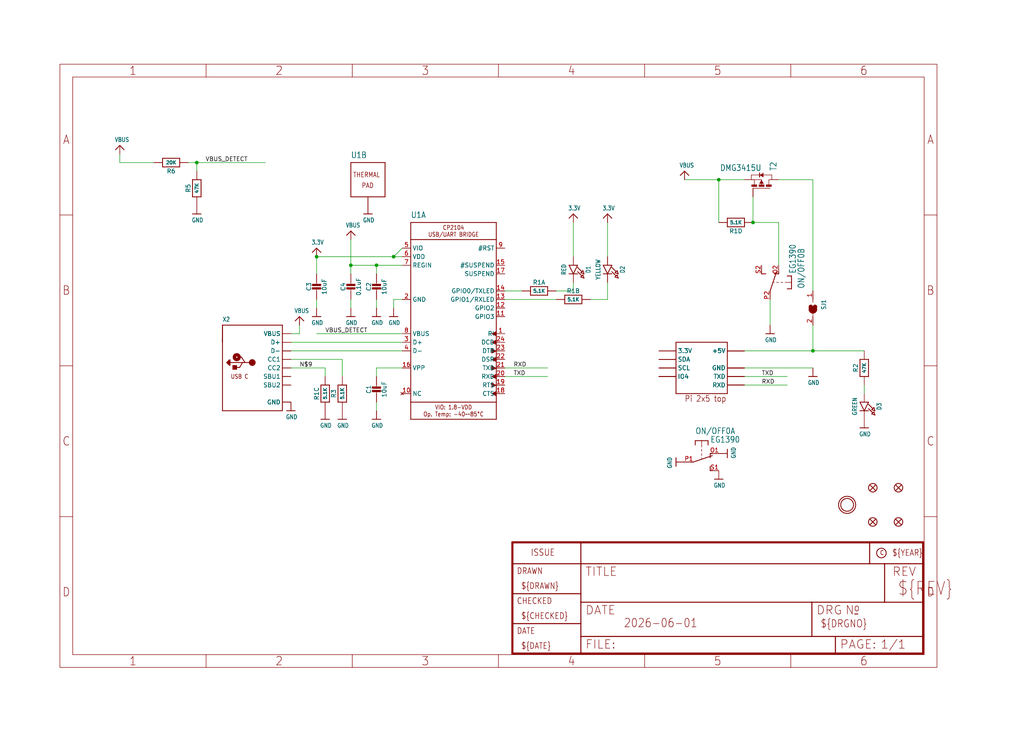
<source format=kicad_sch>
(kicad_sch (version 20230121) (generator eeschema)
  (paper "User" 303.962 217.322)
  (lib_symbols
    (symbol "working-eagle-import:3.3V" (power)
      (property "Value" "3.3V" (at -1.524 1.016 0))
      (symbol "3.3V_1_0"
        (polyline (pts (xy -1.27 -1.27) (xy 0 0)) (stroke (width 0.254)))
        (polyline (pts (xy 0 0) (xy 1.27 -1.27)) (stroke (width 0.254)))
        (pin power_in line (at 0 -2.54 90) (length 2.54) (name "3.3V") (number "1"))
      )
    )
    (symbol "working-eagle-import:CAP_CERAMIC0603_NO"
      (property "Reference" "C" (at -2.29 1.25 90))
      (symbol "CAP_CERAMIC0603_NO_1_0"
        (rectangle (start -1.27 0.508) (end 1.27 1.016) (fill (type outline)))
        (rectangle (start -1.27 1.524) (end 1.27 2.032) (fill (type outline)))
        (polyline (pts (xy 0 0.762) (xy 0 0)) (stroke (width 0.1524)))
        (polyline (pts (xy 0 2.54) (xy 0 1.778)) (stroke (width 0.1524)))
        (pin passive line (at 0 5.08 270) (length 2.54) (name "1") (number "1"))
        (pin passive line (at 0 -2.54 90) (length 2.54) (name "2") (number "2"))
      )
    )
    (symbol "working-eagle-import:CAP_CERAMIC0805-NOOUTLINE"
      (property "Reference" "C" (at -2.29 1.25 90))
      (symbol "CAP_CERAMIC0805-NOOUTLINE_1_0"
        (rectangle (start -1.27 0.508) (end 1.27 1.016) (fill (type outline)))
        (rectangle (start -1.27 1.524) (end 1.27 2.032) (fill (type outline)))
        (polyline (pts (xy 0 0.762) (xy 0 0)) (stroke (width 0.1524)))
        (polyline (pts (xy 0 2.54) (xy 0 1.778)) (stroke (width 0.1524)))
        (pin passive line (at 0 5.08 270) (length 2.54) (name "1") (number "1"))
        (pin passive line (at 0 -2.54 90) (length 2.54) (name "2") (number "2"))
      )
    )
    (symbol "working-eagle-import:CP2104"
      (property "Reference" "U" (at -5.08 6.35 0))
      (symbol "CP2104_1_0"
        (polyline (pts (xy -12.7 -30.48) (xy 12.7 -30.48)) (stroke (width 0.254)))
        (polyline (pts (xy -12.7 -25.4) (xy -12.7 -30.48)) (stroke (width 0.254)))
        (polyline (pts (xy -12.7 -25.4) (xy -12.7 22.86)) (stroke (width 0.254)))
        (polyline (pts (xy -12.7 22.86) (xy -12.7 27.94)) (stroke (width 0.254)))
        (polyline (pts (xy -12.7 22.86) (xy 12.7 22.86)) (stroke (width 0.254)))
        (polyline (pts (xy -12.7 27.94) (xy 12.7 27.94)) (stroke (width 0.254)))
        (polyline (pts (xy 12.7 -30.48) (xy 12.7 -25.4)) (stroke (width 0.254)))
        (polyline (pts (xy 12.7 -25.4) (xy -12.7 -25.4)) (stroke (width 0.254)))
        (polyline (pts (xy 12.7 22.86) (xy 12.7 -25.4)) (stroke (width 0.254)))
        (polyline (pts (xy 12.7 27.94) (xy 12.7 22.86)) (stroke (width 0.254)))
        (polyline (pts (xy 11.43 -19.685) (xy 11.43 -20.955) (xy 12.7 -20.32)) (stroke (width 0.254)) (fill (type outline)))
        (polyline (pts (xy 11.43 -14.605) (xy 11.43 -15.875) (xy 12.7 -15.24)) (stroke (width 0.254)) (fill (type outline)))
        (polyline (pts (xy 11.43 -9.525) (xy 11.43 -10.795) (xy 12.7 -10.16)) (stroke (width 0.254)) (fill (type outline)))
        (polyline (pts (xy 12.7 -22.225) (xy 11.43 -22.86) (xy 12.7 -23.495)) (stroke (width 0.254)) (fill (type outline)))
        (polyline (pts (xy 12.7 -17.145) (xy 11.43 -17.78) (xy 12.7 -18.415)) (stroke (width 0.254)) (fill (type outline)))
        (polyline (pts (xy 12.7 -12.065) (xy 11.43 -12.7) (xy 12.7 -13.335)) (stroke (width 0.254)) (fill (type outline)))
        (polyline (pts (xy 12.7 -6.985) (xy 11.43 -7.62) (xy 12.7 -8.255)) (stroke (width 0.254)) (fill (type outline)))
        (polyline (pts (xy 12.7 -4.445) (xy 11.43 -5.08) (xy 12.7 -5.715)) (stroke (width 0.254)) (fill (type outline)))
        (text "CP2104\nUSB/UART BRIDGE" (at 0 25.4 0) (effects (font (size 1.27 1.0795))))
        (text "VIO: 1.8-VDD\nOp. Temp: -40~~85°C" (at 0 -27.94 0) (effects (font (size 1.27 1.0795))))
        (pin input line (at 15.24 -5.08 180) (length 2.54) (name "RI") (number "1"))
        (pin no_connect line (at -15.24 -22.86 0) (length 2.54) (name "NC") (number "10"))
        (pin bidirectional line (at 15.24 0 180) (length 2.54) (name "GPIO3") (number "11"))
        (pin bidirectional line (at 15.24 2.54 180) (length 2.54) (name "GPIO2") (number "12"))
        (pin bidirectional line (at 15.24 5.08 180) (length 2.54) (name "GPIO1/RXLED") (number "13"))
        (pin bidirectional line (at 15.24 7.62 180) (length 2.54) (name "GPIO0/TXLED") (number "14"))
        (pin output line (at 15.24 15.24 180) (length 2.54) (name "#SUSPEND") (number "15"))
        (pin bidirectional line (at -15.24 -15.24 0) (length 2.54) (name "VPP") (number "16"))
        (pin output line (at 15.24 12.7 180) (length 2.54) (name "SUSPEND") (number "17"))
        (pin input line (at 15.24 -22.86 180) (length 2.54) (name "CTS") (number "18"))
        (pin output line (at 15.24 -20.32 180) (length 2.54) (name "RTS") (number "19"))
        (pin power_in line (at -15.24 5.08 0) (length 2.54) (name "GND") (number "2"))
        (pin input line (at 15.24 -17.78 180) (length 2.54) (name "RXD") (number "20"))
        (pin output line (at 15.24 -15.24 180) (length 2.54) (name "TXD") (number "21"))
        (pin input line (at 15.24 -12.7 180) (length 2.54) (name "DSR") (number "22"))
        (pin output line (at 15.24 -10.16 180) (length 2.54) (name "DTR") (number "23"))
        (pin input line (at 15.24 -7.62 180) (length 2.54) (name "DCD") (number "24"))
        (pin bidirectional line (at -15.24 -7.62 0) (length 2.54) (name "D+") (number "3"))
        (pin bidirectional line (at -15.24 -10.16 0) (length 2.54) (name "D-") (number "4"))
        (pin power_in line (at -15.24 20.32 0) (length 2.54) (name "VIO") (number "5"))
        (pin power_in line (at -15.24 17.78 0) (length 2.54) (name "VDD") (number "6"))
        (pin power_in line (at -15.24 15.24 0) (length 2.54) (name "REGIN") (number "7"))
        (pin power_in line (at -15.24 -5.08 0) (length 2.54) (name "VBUS") (number "8"))
        (pin bidirectional line (at 15.24 20.32 180) (length 2.54) (name "#RST") (number "9"))
      )
      (symbol "CP2104_2_0"
        (polyline (pts (xy -5.08 -5.08) (xy -5.08 5.08)) (stroke (width 0.254)))
        (polyline (pts (xy -5.08 5.08) (xy 5.08 5.08)) (stroke (width 0.254)))
        (polyline (pts (xy 5.08 -5.08) (xy -5.08 -5.08)) (stroke (width 0.254)))
        (polyline (pts (xy 5.08 5.08) (xy 5.08 -5.08)) (stroke (width 0.254)))
        (text "PAD" (at -1.905 -2.54 0) (effects (font (size 1.4224 1.209)) (justify left bottom)))
        (text "THERMAL" (at -4.445 0.635 0) (effects (font (size 1.4224 1.209)) (justify left bottom)))
        (pin power_in line (at 0 -7.62 90) (length 2.54) (name "TP") (number "THERM"))
      )
    )
    (symbol "working-eagle-import:DPDT-EG1390"
      (property "Reference" "SW" (at -8.255 -1.905 90))
      (symbol "DPDT-EG1390_1_0"
        (polyline (pts (xy -6.35 -1.905) (xy -5.08 -1.905)) (stroke (width 0.254)))
        (polyline (pts (xy -6.35 0) (xy -6.35 -1.905)) (stroke (width 0.254)))
        (polyline (pts (xy -6.35 0) (xy -4.445 0)) (stroke (width 0.1524)))
        (polyline (pts (xy -6.35 1.905) (xy -6.35 0)) (stroke (width 0.254)))
        (polyline (pts (xy -6.35 1.905) (xy -5.08 1.905)) (stroke (width 0.254)))
        (polyline (pts (xy -3.175 0) (xy -3.81 0)) (stroke (width 0.1524)))
        (polyline (pts (xy -2.54 2.54) (xy -2.54 3.175)) (stroke (width 0.254)))
        (polyline (pts (xy -2.54 2.54) (xy -1.27 2.54)) (stroke (width 0.254)))
        (polyline (pts (xy -1.905 0) (xy -2.54 0)) (stroke (width 0.1524)))
        (polyline (pts (xy -0.889 0) (xy -1.27 0)) (stroke (width 0.1524)))
        (polyline (pts (xy 0 -3.175) (xy 0 -2.54)) (stroke (width 0.254)))
        (polyline (pts (xy 0 -2.54) (xy -1.905 3.175)) (stroke (width 0.254)))
        (polyline (pts (xy 1.27 2.54) (xy 2.54 2.54)) (stroke (width 0.254)))
        (polyline (pts (xy 2.54 2.54) (xy 2.54 3.175)) (stroke (width 0.254)))
        (pin passive line (at -2.54 5.08 270) (length 2.54) (name "O") (number "O1"))
        (pin passive line (at 0 -5.08 90) (length 2.54) (name "P") (number "P1"))
        (pin passive line (at 2.54 5.08 270) (length 2.54) (name "S") (number "S1"))
      )
      (symbol "DPDT-EG1390_2_0"
        (polyline (pts (xy -6.35 -1.905) (xy -5.08 -1.905)) (stroke (width 0.254)))
        (polyline (pts (xy -6.35 0) (xy -6.35 -1.905)) (stroke (width 0.254)))
        (polyline (pts (xy -6.35 0) (xy -4.445 0)) (stroke (width 0.1524)))
        (polyline (pts (xy -6.35 1.905) (xy -6.35 0)) (stroke (width 0.254)))
        (polyline (pts (xy -6.35 1.905) (xy -5.08 1.905)) (stroke (width 0.254)))
        (polyline (pts (xy -3.175 0) (xy -3.81 0)) (stroke (width 0.1524)))
        (polyline (pts (xy -2.54 2.54) (xy -2.54 3.175)) (stroke (width 0.254)))
        (polyline (pts (xy -2.54 2.54) (xy -1.27 2.54)) (stroke (width 0.254)))
        (polyline (pts (xy -1.905 0) (xy -2.54 0)) (stroke (width 0.1524)))
        (polyline (pts (xy -0.889 0) (xy -1.27 0)) (stroke (width 0.1524)))
        (polyline (pts (xy 0 -3.175) (xy 0 -2.54)) (stroke (width 0.254)))
        (polyline (pts (xy 0 -2.54) (xy -1.905 3.175)) (stroke (width 0.254)))
        (polyline (pts (xy 1.27 2.54) (xy 2.54 2.54)) (stroke (width 0.254)))
        (polyline (pts (xy 2.54 2.54) (xy 2.54 3.175)) (stroke (width 0.254)))
        (pin passive line (at -2.54 5.08 270) (length 2.54) (name "O") (number "O2"))
        (pin passive line (at 0 -5.08 90) (length 2.54) (name "P") (number "P2"))
        (pin passive line (at 2.54 5.08 270) (length 2.54) (name "S") (number "S2"))
      )
    )
    (symbol "working-eagle-import:FIDUCIAL_1MM"
      (symbol "FIDUCIAL_1MM_1_0"
        (polyline (pts (xy -0.762 0.762) (xy 0.762 -0.762)) (stroke (width 0.254)))
        (polyline (pts (xy 0.762 0.762) (xy -0.762 -0.762)) (stroke (width 0.254)))
        (circle (center 0 0) (radius 1.27) (stroke (width 0.254)))
      )
    )
    (symbol "working-eagle-import:FRAME_A4"
      (symbol "FRAME_A4_1_0"
        (polyline (pts (xy 0 44.7675) (xy 3.81 44.7675)))
        (polyline (pts (xy 0 89.535) (xy 3.81 89.535)))
        (polyline (pts (xy 0 134.3025) (xy 3.81 134.3025)))
        (polyline (pts (xy 3.81 3.81) (xy 3.81 175.26)))
        (polyline (pts (xy 43.3917 0) (xy 43.3917 3.81)))
        (polyline (pts (xy 43.3917 175.26) (xy 43.3917 179.07)))
        (polyline (pts (xy 86.7833 0) (xy 86.7833 3.81)))
        (polyline (pts (xy 86.7833 175.26) (xy 86.7833 179.07)))
        (polyline (pts (xy 130.175 0) (xy 130.175 3.81)))
        (polyline (pts (xy 130.175 175.26) (xy 130.175 179.07)))
        (polyline (pts (xy 173.5667 0) (xy 173.5667 3.81)))
        (polyline (pts (xy 173.5667 175.26) (xy 173.5667 179.07)))
        (polyline (pts (xy 216.9583 0) (xy 216.9583 3.81)))
        (polyline (pts (xy 216.9583 175.26) (xy 216.9583 179.07)))
        (polyline (pts (xy 256.54 3.81) (xy 3.81 3.81)))
        (polyline (pts (xy 256.54 3.81) (xy 256.54 8.89)) (stroke (width 0.1016)))
        (polyline (pts (xy 256.54 3.81) (xy 256.54 175.26)))
        (polyline (pts (xy 256.54 8.89) (xy 256.54 13.97)) (stroke (width 0.1016)))
        (polyline (pts (xy 256.54 13.97) (xy 256.54 19.05)) (stroke (width 0.1016)))
        (polyline (pts (xy 256.54 19.05) (xy 256.54 36.83)) (stroke (width 0.1016)))
        (polyline (pts (xy 256.54 44.7675) (xy 260.35 44.7675)))
        (polyline (pts (xy 256.54 89.535) (xy 260.35 89.535)))
        (polyline (pts (xy 256.54 134.3025) (xy 260.35 134.3025)))
        (polyline (pts (xy 256.54 175.26) (xy 3.81 175.26)))
        (polyline (pts (xy 0 0) (xy 260.35 0) (xy 260.35 179.07) (xy 0 179.07) (xy 0 0)))
        (text "1" (at 21.6958 1.905 0) (effects (font (size 2.54 2.286))))
        (text "1" (at 21.6958 177.165 0) (effects (font (size 2.54 2.286))))
        (text "2" (at 65.0875 1.905 0) (effects (font (size 2.54 2.286))))
        (text "2" (at 65.0875 177.165 0) (effects (font (size 2.54 2.286))))
        (text "3" (at 108.4792 1.905 0) (effects (font (size 2.54 2.286))))
        (text "3" (at 108.4792 177.165 0) (effects (font (size 2.54 2.286))))
        (text "4" (at 151.8708 1.905 0) (effects (font (size 2.54 2.286))))
        (text "4" (at 151.8708 177.165 0) (effects (font (size 2.54 2.286))))
        (text "5" (at 195.2625 1.905 0) (effects (font (size 2.54 2.286))))
        (text "5" (at 195.2625 177.165 0) (effects (font (size 2.54 2.286))))
        (text "6" (at 238.6542 1.905 0) (effects (font (size 2.54 2.286))))
        (text "6" (at 238.6542 177.165 0) (effects (font (size 2.54 2.286))))
        (text "A" (at 1.905 156.6863 0) (effects (font (size 2.54 2.286))))
        (text "A" (at 258.445 156.6863 0) (effects (font (size 2.54 2.286))))
        (text "B" (at 1.905 111.9188 0) (effects (font (size 2.54 2.286))))
        (text "B" (at 258.445 111.9188 0) (effects (font (size 2.54 2.286))))
        (text "C" (at 1.905 67.1513 0) (effects (font (size 2.54 2.286))))
        (text "C" (at 258.445 67.1513 0) (effects (font (size 2.54 2.286))))
        (text "D" (at 1.905 22.3838 0) (effects (font (size 2.54 2.286))))
        (text "D" (at 258.445 22.3838 0) (effects (font (size 2.54 2.286))))
      )
      (symbol "FRAME_A4_2_0"
        (polyline (pts (xy -0.3048 1.5748) (xy 20.0152 1.5748)) (stroke (width 0.6096)))
        (polyline (pts (xy -0.3048 10.4648) (xy -0.3048 1.5748)) (stroke (width 0.6096)))
        (polyline (pts (xy -0.3048 10.4648) (xy 20.0152 10.4648)) (stroke (width 0.3048)))
        (polyline (pts (xy -0.3048 19.3548) (xy -0.3048 10.4648)) (stroke (width 0.6096)))
        (polyline (pts (xy -0.3048 19.3548) (xy 20.0152 19.3548)) (stroke (width 0.3048)))
        (polyline (pts (xy -0.3048 28.2448) (xy -0.3048 19.3548)) (stroke (width 0.6096)))
        (polyline (pts (xy -0.3048 28.2448) (xy 20.0152 28.2448)) (stroke (width 0.3048)))
        (polyline (pts (xy -0.3048 34.5948) (xy -0.3048 28.2448)) (stroke (width 0.6096)))
        (polyline (pts (xy 20.0152 1.5748) (xy 20.0152 6.6548)) (stroke (width 0.3048)))
        (polyline (pts (xy 20.0152 1.5748) (xy 95.5802 1.5748)) (stroke (width 0.6096)))
        (polyline (pts (xy 20.0152 6.6548) (xy 20.0152 10.4648)) (stroke (width 0.3048)))
        (polyline (pts (xy 20.0152 6.6548) (xy 88.5952 6.6548)) (stroke (width 0.3048)))
        (polyline (pts (xy 20.0152 10.4648) (xy 20.0152 16.8148)) (stroke (width 0.3048)))
        (polyline (pts (xy 20.0152 16.8148) (xy 20.0152 19.3548)) (stroke (width 0.3048)))
        (polyline (pts (xy 20.0152 19.3548) (xy 20.0152 28.2448)) (stroke (width 0.3048)))
        (polyline (pts (xy 20.0152 28.2448) (xy 20.0152 34.5948)) (stroke (width 0.3048)))
        (polyline (pts (xy 20.0152 28.2448) (xy 105.7402 28.2448)) (stroke (width 0.3048)))
        (polyline (pts (xy 20.0152 34.5948) (xy -0.3048 34.5948)) (stroke (width 0.6096)))
        (polyline (pts (xy 88.5952 6.6548) (xy 95.5802 6.6548)) (stroke (width 0.3048)))
        (polyline (pts (xy 88.5952 16.8148) (xy 20.0152 16.8148)) (stroke (width 0.3048)))
        (polyline (pts (xy 88.5952 16.8148) (xy 88.5952 6.6548)) (stroke (width 0.3048)))
        (polyline (pts (xy 95.5802 1.5748) (xy 121.6152 1.5748)) (stroke (width 0.6096)))
        (polyline (pts (xy 95.5802 6.6548) (xy 95.5802 1.5748)) (stroke (width 0.3048)))
        (polyline (pts (xy 95.5802 6.6548) (xy 121.6152 6.6548)) (stroke (width 0.3048)))
        (polyline (pts (xy 101.2952 13.3223) (xy 102.2477 13.3223)) (stroke (width 0.254)))
        (polyline (pts (xy 105.7402 28.2448) (xy 105.7402 34.5948)) (stroke (width 0.3048)))
        (polyline (pts (xy 105.7402 28.2448) (xy 110.1852 28.2448)) (stroke (width 0.3048)))
        (polyline (pts (xy 105.7402 34.5948) (xy 20.0152 34.5948)) (stroke (width 0.6096)))
        (polyline (pts (xy 110.1852 16.8148) (xy 88.5952 16.8148)) (stroke (width 0.3048)))
        (polyline (pts (xy 110.1852 28.2448) (xy 110.1852 16.8148)) (stroke (width 0.3048)))
        (polyline (pts (xy 110.1852 28.2448) (xy 121.6152 28.2448)) (stroke (width 0.3048)))
        (polyline (pts (xy 121.6152 6.6548) (xy 121.6152 1.5748)) (stroke (width 0.6096)))
        (polyline (pts (xy 121.6152 16.8148) (xy 110.1852 16.8148)) (stroke (width 0.3048)))
        (polyline (pts (xy 121.6152 16.8148) (xy 121.6152 6.6548)) (stroke (width 0.6096)))
        (polyline (pts (xy 121.6152 28.2448) (xy 121.6152 16.8148)) (stroke (width 0.6096)))
        (polyline (pts (xy 121.6152 34.5948) (xy 105.7402 34.5948)) (stroke (width 0.6096)))
        (polyline (pts (xy 121.6152 34.5948) (xy 121.6152 28.2448)) (stroke (width 0.6096)))
        (circle (center 109.2327 31.4198) (radius 1.4199) (stroke (width 0.254)))
        (text "${#}/${##}" (at 108.9152 2.8448 0) (effects (font (size 2.54 2.54)) (justify left bottom)))
        (text "${CHECKED}" (at 2.2352 11.7348 0) (effects (font (size 1.778 1.5113)) (justify left bottom)))
        (text "${COMPANY}" (at 23.349 29.6735 0) (effects (font (size 3.175 2.6987) (thickness 0.5397) bold) (justify left bottom)))
        (text "${CURRENT_DATE}" (at 32.7152 9.1948 0) (effects (font (size 2.54 2.159)) (justify left bottom)))
        (text "${DATE}" (at 2.2352 2.8448 0) (effects (font (size 1.778 1.5113)) (justify left bottom)))
        (text "${DRAWN}" (at 2.2352 20.6248 0) (effects (font (size 1.778 1.5113)) (justify left bottom)))
        (text "${DRGNO}" (at 91.1352 9.1948 0) (effects (font (size 2.1844 1.8567)) (justify left bottom)))
        (text "${PROJECTNAME}" (at 33.0327 2.8448 0) (effects (font (size 2.54 2.159)) (justify left bottom)))
        (text "${REV}" (at 113.9952 18.7198 0) (effects (font (size 3.81 3.2385)) (justify left bottom)))
        (text "${YEAR}" (at 112.4077 30.4673 0) (effects (font (size 1.778 1.5113)) (justify left bottom)))
        (text "C" (at 108.7564 30.7848 0) (effects (font (size 1.27 1.0795)) (justify left bottom)))
        (text "CHECKED" (at 0.9652 16.1798 0) (effects (font (size 1.778 1.5113)) (justify left bottom)))
        (text "DATE" (at 0.9652 7.2898 0) (effects (font (size 1.778 1.5113)) (justify left bottom)))
        (text "DATE" (at 21.2852 13.0048 0) (effects (font (size 2.54 2.54)) (justify left bottom)))
        (text "DRAWN" (at 0.9652 25.0698 0) (effects (font (size 1.778 1.5113)) (justify left bottom)))
        (text "DRG" (at 89.8652 13.0048 0) (effects (font (size 2.54 2.54)) (justify left bottom)))
        (text "FILE:" (at 21.2852 2.8448 0) (effects (font (size 2.54 2.54)) (justify left bottom)))
        (text "ISSUE" (at 5.0927 30.4673 0) (effects (font (size 1.9304 1.6408)) (justify left bottom)))
        (text "N" (at 98.4377 13.0048 0) (effects (font (size 2.54 2.54)) (justify left bottom)))
        (text "o" (at 100.9777 13.9573 0) (effects (font (size 2.1844 1.8567)) (justify left bottom)))
        (text "PAGE:" (at 96.8502 2.8448 0) (effects (font (size 2.54 2.54)) (justify left bottom)))
        (text "REV" (at 112.4077 24.4348 0) (effects (font (size 2.54 2.54)) (justify left bottom)))
        (text "TITLE" (at 21.2852 24.4348 0) (effects (font (size 2.54 2.54)) (justify left bottom)))
      )
    )
    (symbol "working-eagle-import:GND" (power)
      (property "Value" "GND" (at -1.524 -2.54 0))
      (symbol "GND_1_0"
        (polyline (pts (xy -1.27 0) (xy 1.27 0)) (stroke (width 0.254)))
        (pin power_in line (at 0 2.54 270) (length 2.54) (name "GND") (number "1"))
      )
    )
    (symbol "working-eagle-import:LED0603_NOOUTLINE"
      (property "Reference" "D" (at -1.27 4.445 0))
      (symbol "LED0603_NOOUTLINE_1_0"
        (polyline (pts (xy -2.54 -1.27) (xy 0 0)) (stroke (width 0.254)))
        (polyline (pts (xy -2.54 1.27) (xy -2.54 -1.27)) (stroke (width 0.254)))
        (polyline (pts (xy -1.905 1.27) (xy -0.635 2.54)) (stroke (width 0.254)))
        (polyline (pts (xy -0.9525 2.8575) (xy -0.3175 2.2225)) (stroke (width 0.254)))
        (polyline (pts (xy -0.635 1.27) (xy 0.635 2.54)) (stroke (width 0.254)))
        (polyline (pts (xy -0.3175 2.2225) (xy 0 3.175)) (stroke (width 0.254)))
        (polyline (pts (xy 0 0) (xy -2.54 1.27)) (stroke (width 0.254)))
        (polyline (pts (xy 0 0) (xy 0 -1.27)) (stroke (width 0.254)))
        (polyline (pts (xy 0 1.27) (xy 0 0)) (stroke (width 0.254)))
        (polyline (pts (xy 0 3.175) (xy -0.9525 2.8575)) (stroke (width 0.254)))
        (polyline (pts (xy 0.3175 2.8575) (xy 0.9525 2.2225)) (stroke (width 0.254)))
        (polyline (pts (xy 0.9525 2.2225) (xy 1.27 3.175)) (stroke (width 0.254)))
        (polyline (pts (xy 1.27 3.175) (xy 0.3175 2.8575)) (stroke (width 0.254)))
        (pin passive line (at -5.08 0 0) (length 2.54) (name "A") (number "A"))
        (pin passive line (at 2.54 0 180) (length 2.54) (name "C") (number "C"))
      )
    )
    (symbol "working-eagle-import:MOUNTINGHOLE3.0THIN"
      (symbol "MOUNTINGHOLE3.0THIN_1_0"
        (circle (center 0 0) (radius 1.905) (stroke (width 0.254)))
        (circle (center 0 0) (radius 2.54) (stroke (width 0.254)))
      )
    )
    (symbol "working-eagle-import:PMOSSOT23"
      (property "Reference" "T" (at 2.54 2.54 0))
      (symbol "PMOSSOT23_1_0"
        (rectangle (start -2.032 -2.921) (end -1.524 -1.397) (fill (type outline)))
        (rectangle (start -2.032 -0.762) (end -1.524 0.762) (fill (type outline)))
        (rectangle (start -2.032 1.397) (end -1.524 2.921) (fill (type outline)))
        (polyline (pts (xy -2.54 -2.54) (xy -2.54 2.54)) (stroke (width 0.1524)))
        (polyline (pts (xy -1.651 0) (xy 0 0)) (stroke (width 0.1524)))
        (polyline (pts (xy -1.524 -2.159) (xy 0 -2.159)) (stroke (width 0.1524)))
        (polyline (pts (xy -1.524 2.159) (xy 0 2.159)) (stroke (width 0.1524)))
        (polyline (pts (xy 0 -2.159) (xy 0 -2.54)) (stroke (width 0.1524)))
        (polyline (pts (xy 0 0) (xy 0 -2.159)) (stroke (width 0.1524)))
        (polyline (pts (xy 0 2.159) (xy 0 2.54)) (stroke (width 0.1524)))
        (polyline (pts (xy 0 3.048) (xy 1.397 3.048)) (stroke (width 0.1524)))
        (polyline (pts (xy 1.397 -3.048) (xy 0 -3.048)) (stroke (width 0.1524)))
        (polyline (pts (xy 1.397 -0.508) (xy 1.397 -3.048)) (stroke (width 0.1524)))
        (polyline (pts (xy 1.397 3.048) (xy 1.397 0.381)) (stroke (width 0.1524)))
        (polyline (pts (xy -0.127 0) (xy -1.143 -0.635) (xy -1.143 0.635)) (stroke (width 0.1016)) (fill (type outline)))
        (polyline (pts (xy 1.397 -0.508) (xy 0.762 0.508) (xy 2.032 0.508)) (stroke (width 0.1016)) (fill (type outline)))
        (rectangle (start 0.762 -0.635) (end 2.032 -0.508) (fill (type outline)))
        (pin passive line (at 0 5.08 270) (length 2.54) (name "D") (number "1"))
        (pin passive line (at 0 -5.08 90) (length 2.54) (name "S") (number "2"))
        (pin passive line (at -5.08 -2.54 0) (length 2.54) (name "G") (number "3"))
      )
    )
    (symbol "working-eagle-import:RASPBERRYPI_2X5"
      (symbol "RASPBERRYPI_2X5_1_0"
        (polyline (pts (xy -7.62 -7.62) (xy -7.62 7.62)) (stroke (width 0.254)))
        (polyline (pts (xy -7.62 7.62) (xy 7.62 7.62)) (stroke (width 0.254)))
        (polyline (pts (xy 7.62 -7.62) (xy -7.62 -7.62)) (stroke (width 0.254)))
        (polyline (pts (xy 7.62 7.62) (xy 7.62 -7.62)) (stroke (width 0.254)))
        (text "Pi 2x5 top" (at -5.08 -10.16 0) (effects (font (size 1.778 1.5113)) (justify left bottom)))
        (pin bidirectional line (at -12.7 5.08 0) (length 5.08) (name "3.3V") (number "1"))
        (pin bidirectional line (at -12.7 5.08 0) (length 5.08) (name "3.3V") (number "1'"))
        (pin input line (at 12.7 -5.08 180) (length 5.08) (name "RXD") (number "10"))
        (pin input line (at 12.7 -5.08 180) (length 5.08) (name "RXD") (number "10'"))
        (pin bidirectional line (at 12.7 5.08 180) (length 5.08) (name "+5V") (number "2"))
        (pin bidirectional line (at 12.7 5.08 180) (length 5.08) (name "+5V") (number "2'"))
        (pin bidirectional line (at -12.7 2.54 0) (length 5.08) (name "SDA") (number "3"))
        (pin bidirectional line (at -12.7 2.54 0) (length 5.08) (name "SDA") (number "3'"))
        (pin bidirectional line (at 12.7 5.08 180) (length 5.08) (name "+5V") (number "4"))
        (pin bidirectional line (at 12.7 5.08 180) (length 5.08) (name "+5V") (number "4'"))
        (pin bidirectional line (at -12.7 -2.54 0) (length 5.08) (name "IO4") (number "5"))
        (pin bidirectional line (at -12.7 -2.54 0) (length 5.08) (name "IO4") (number "5'"))
        (pin power_in line (at 12.7 0 180) (length 5.08) (name "GND") (number "6"))
        (pin power_in line (at 12.7 0 180) (length 5.08) (name "GND") (number "6'"))
        (pin bidirectional line (at -12.7 0 0) (length 5.08) (name "SCL") (number "7"))
        (pin bidirectional line (at -12.7 0 0) (length 5.08) (name "SCL") (number "7'"))
        (pin output line (at 12.7 -2.54 180) (length 5.08) (name "TXD") (number "8"))
        (pin output line (at 12.7 -2.54 180) (length 5.08) (name "TXD") (number "8'"))
        (pin power_in line (at 12.7 0 180) (length 5.08) (name "GND") (number "9"))
        (pin power_in line (at 12.7 0 180) (length 5.08) (name "GND") (number "9'"))
      )
    )
    (symbol "working-eagle-import:RESISTOR_0603_NOOUT"
      (property "Reference" "R" (at 0 2.54 0))
      (symbol "RESISTOR_0603_NOOUT_1_0"
        (polyline (pts (xy -2.54 -1.27) (xy -2.54 1.27)) (stroke (width 0.254)))
        (polyline (pts (xy -2.54 1.27) (xy 2.54 1.27)) (stroke (width 0.254)))
        (polyline (pts (xy 2.54 -1.27) (xy -2.54 -1.27)) (stroke (width 0.254)))
        (polyline (pts (xy 2.54 1.27) (xy 2.54 -1.27)) (stroke (width 0.254)))
        (pin passive line (at -5.08 0 0) (length 2.54) (name "1") (number "1"))
        (pin passive line (at 5.08 0 180) (length 2.54) (name "2") (number "2"))
      )
    )
    (symbol "working-eagle-import:RESISTOR_4PACK"
      (property "Reference" "R" (at 0 2.54 0))
      (symbol "RESISTOR_4PACK_1_0"
        (polyline (pts (xy -2.54 -1.27) (xy -2.54 1.27)) (stroke (width 0.254)))
        (polyline (pts (xy -2.54 1.27) (xy 2.54 1.27)) (stroke (width 0.254)))
        (polyline (pts (xy 2.54 -1.27) (xy -2.54 -1.27)) (stroke (width 0.254)))
        (polyline (pts (xy 2.54 1.27) (xy 2.54 -1.27)) (stroke (width 0.254)))
        (pin passive line (at -5.08 0 0) (length 2.54) (name "1") (number "1"))
        (pin passive line (at 5.08 0 180) (length 2.54) (name "2") (number "8"))
      )
      (symbol "RESISTOR_4PACK_2_0"
        (polyline (pts (xy -2.54 -1.27) (xy -2.54 1.27)) (stroke (width 0.254)))
        (polyline (pts (xy -2.54 1.27) (xy 2.54 1.27)) (stroke (width 0.254)))
        (polyline (pts (xy 2.54 -1.27) (xy -2.54 -1.27)) (stroke (width 0.254)))
        (polyline (pts (xy 2.54 1.27) (xy 2.54 -1.27)) (stroke (width 0.254)))
        (pin passive line (at -5.08 0 0) (length 2.54) (name "1") (number "2"))
        (pin passive line (at 5.08 0 180) (length 2.54) (name "2") (number "7"))
      )
      (symbol "RESISTOR_4PACK_3_0"
        (polyline (pts (xy -2.54 -1.27) (xy -2.54 1.27)) (stroke (width 0.254)))
        (polyline (pts (xy -2.54 1.27) (xy 2.54 1.27)) (stroke (width 0.254)))
        (polyline (pts (xy 2.54 -1.27) (xy -2.54 -1.27)) (stroke (width 0.254)))
        (polyline (pts (xy 2.54 1.27) (xy 2.54 -1.27)) (stroke (width 0.254)))
        (pin passive line (at -5.08 0 0) (length 2.54) (name "1") (number "3"))
        (pin passive line (at 5.08 0 180) (length 2.54) (name "2") (number "6"))
      )
      (symbol "RESISTOR_4PACK_4_0"
        (polyline (pts (xy -2.54 -1.27) (xy -2.54 1.27)) (stroke (width 0.254)))
        (polyline (pts (xy -2.54 1.27) (xy 2.54 1.27)) (stroke (width 0.254)))
        (polyline (pts (xy 2.54 -1.27) (xy -2.54 -1.27)) (stroke (width 0.254)))
        (polyline (pts (xy 2.54 1.27) (xy 2.54 -1.27)) (stroke (width 0.254)))
        (pin passive line (at -5.08 0 0) (length 2.54) (name "1") (number "4"))
        (pin passive line (at 5.08 0 180) (length 2.54) (name "2") (number "5"))
      )
    )
    (symbol "working-eagle-import:SOLDERJUMPERCLOSED"
      (property "Reference" "SJ" (at -2.54 2.54 0))
      (symbol "SOLDERJUMPERCLOSED_1_0"
        (arc (start -0.381 -0.635) (mid 0.2541 -0.0001) (end -0.3808 0.635) (stroke (width 1.27)))
        (polyline (pts (xy -2.54 0) (xy -1.651 0)) (stroke (width 0.1524)))
        (polyline (pts (xy 2.54 0) (xy 1.651 0)) (stroke (width 0.1524)))
        (arc (start 0.3808 -0.635) (mid 1.0132 -0.0001) (end 0.381 0.635) (stroke (width 1.27)))
        (pin passive line (at -5.08 0 0) (length 2.54) (name "1") (number "1"))
        (pin passive line (at 5.08 0 180) (length 2.54) (name "2") (number "2"))
      )
    )
    (symbol "working-eagle-import:USB_C"
      (property "Reference" "X" (at -10.16 13.716 0))
      (symbol "USB_C_1_0"
        (rectangle (start -7.12 -0.45) (end -5.92 0.75) (fill (type outline)))
        (circle (center -5.92 3.2) (radius 0.2) (stroke (width 1)))
        (circle (center -1.32 1.6) (radius 0.5) (stroke (width 1)))
        (polyline (pts (xy -10.2 7.62) (xy -10.16 12.7)) (stroke (width 0.254)))
        (polyline (pts (xy -10.16 -12.7) (xy 7.62 -12.7)) (stroke (width 0.254)))
        (polyline (pts (xy -10.16 12.7) (xy -10.16 -12.7)) (stroke (width 0.254)))
        (polyline (pts (xy -10.16 12.7) (xy 7.62 12.7)) (stroke (width 0.254)))
        (polyline (pts (xy -8.92 1.6) (xy -8.12 2.4)) (stroke (width 0.254)))
        (polyline (pts (xy -8.52 1.4) (xy -8.32 1.2)) (stroke (width 0.254)))
        (polyline (pts (xy -8.52 1.6) (xy -8.52 1.4)) (stroke (width 0.254)))
        (polyline (pts (xy -8.32 1.2) (xy -8.32 2)) (stroke (width 0.254)))
        (polyline (pts (xy -8.32 2) (xy -8.72 1.6)) (stroke (width 0.254)))
        (polyline (pts (xy -8.12 0.8) (xy -8.92 1.6)) (stroke (width 0.254)))
        (polyline (pts (xy -8.12 1) (xy -8.12 2.4)) (stroke (width 0.254)))
        (polyline (pts (xy -8.12 2.4) (xy -7.92 2.4)) (stroke (width 0.254)))
        (polyline (pts (xy -7.92 0.8) (xy -8.12 0.8)) (stroke (width 0.254)))
        (polyline (pts (xy -7.92 1.6) (xy -7.92 0.8)) (stroke (width 0.254)))
        (polyline (pts (xy -7.92 2.4) (xy -7.92 1.6)) (stroke (width 0.254)))
        (polyline (pts (xy -6.27 0.15) (xy -5.07 0.15)) (stroke (width 0.254)))
        (polyline (pts (xy -5.52 3.2) (xy -4.52 3.2)) (stroke (width 0.254)))
        (polyline (pts (xy -5.07 0.15) (xy -4.22 1.6)) (stroke (width 0.254)))
        (polyline (pts (xy -4.52 3.2) (xy -3.47 1.6)) (stroke (width 0.254)))
        (polyline (pts (xy -4.22 1.6) (xy -7.92 1.6)) (stroke (width 0.254)))
        (polyline (pts (xy -3.47 1.6) (xy -4.22 1.6)) (stroke (width 0.254)))
        (polyline (pts (xy -1.32 1.6) (xy -3.47 1.6)) (stroke (width 0.254)))
        (polyline (pts (xy 7.62 12.7) (xy 7.62 -12.7)) (stroke (width 0.254)))
        (text "USB C" (at -5.08 -2.54 0) (effects (font (size 1.27 1.0795))))
        (pin power_in line (at 10.16 -10.16 180) (length 2.54) (name "GND") (number "A1B12"))
        (pin power_in line (at 10.16 10.16 180) (length 2.54) (name "VBUS") (number "A4B9"))
        (pin bidirectional line (at 10.16 2.54 180) (length 2.54) (name "CC1") (number "A5"))
        (pin bidirectional line (at 10.16 7.62 180) (length 2.54) (name "D+") (number "A6"))
        (pin bidirectional line (at 10.16 5.08 180) (length 2.54) (name "D-") (number "A7"))
        (pin bidirectional line (at 10.16 -2.54 180) (length 2.54) (name "SBU1") (number "A8"))
        (pin power_in line (at 10.16 -10.16 180) (length 2.54) (name "GND") (number "B1A12"))
        (pin power_in line (at 10.16 10.16 180) (length 2.54) (name "VBUS") (number "B4A9"))
        (pin bidirectional line (at 10.16 0 180) (length 2.54) (name "CC2") (number "B5"))
        (pin bidirectional line (at 10.16 7.62 180) (length 2.54) (name "D+") (number "B6"))
        (pin bidirectional line (at 10.16 5.08 180) (length 2.54) (name "D-") (number "B7"))
        (pin bidirectional line (at 10.16 -5.08 180) (length 2.54) (name "SBU2") (number "B8"))
      )
    )
    (symbol "working-eagle-import:VBUS" (power)
      (property "Value" "VBUS" (at -1.524 1.016 0))
      (symbol "VBUS_1_0"
        (polyline (pts (xy -1.27 -1.27) (xy 0 0)) (stroke (width 0.254)))
        (polyline (pts (xy 0 0) (xy 1.27 -1.27)) (stroke (width 0.254)))
        (pin power_in line (at 0 -2.54 90) (length 2.54) (name "VBUS") (number "1"))
      )
    )
  )
  (junction (at 223.52 66.04))
  (junction (at 116.84 76.2))
  (junction (at 213.36 53.34))
  (junction (at 93.98 76.2))
  (junction (at 58.42 48.26))
  (junction (at 111.76 78.74))
  (junction (at 104.14 78.74))
  (junction (at 241.3 104.14))
  (wire (pts (xy 111.76 78.74) (xy 104.14 78.74)) (stroke (width 0.1524)))
  (wire (pts (xy 86.36 106.68) (xy 101.6 106.68)) (stroke (width 0.1524)))
  (wire (pts (xy 241.3 109.22) (xy 220.98 109.22)) (stroke (width 0.1524)))
  (wire (pts (xy 180.34 66.04) (xy 180.34 76.2)) (stroke (width 0.1524)))
  (wire (pts (xy 104.14 78.74) (xy 104.14 71.12)) (stroke (width 0.1524)))
  (wire (pts (xy 58.42 48.26) (xy 55.88 48.26)) (stroke (width 0.1524)))
  (wire (pts (xy 203.2 53.34) (xy 213.36 53.34)) (stroke (width 0.1524)))
  (wire (pts (xy 119.38 73.66) (xy 116.84 76.2)) (stroke (width 0.1524)))
  (wire (pts (xy 111.76 88.9) (xy 111.76 91.44)) (stroke (width 0.1524)))
  (wire (pts (xy 86.36 104.14) (xy 119.38 104.14)) (stroke (width 0.1524)))
  (wire (pts (xy 149.86 86.36) (xy 154.94 86.36)) (stroke (width 0.1524)))
  (wire (pts (xy 116.84 76.2) (xy 93.98 76.2)) (stroke (width 0.1524)))
  (wire (pts (xy 116.84 88.9) (xy 116.84 91.44)) (stroke (width 0.1524)))
  (wire (pts (xy 162.56 111.76) (xy 149.86 111.76)) (stroke (width 0.1524)))
  (wire (pts (xy 78.74 48.26) (xy 58.42 48.26)) (stroke (width 0.1524)))
  (wire (pts (xy 231.14 53.34) (xy 241.3 53.34)) (stroke (width 0.1524)))
  (wire (pts (xy 119.38 99.06) (xy 93.98 99.06)) (stroke (width 0.1524)))
  (wire (pts (xy 86.36 99.06) (xy 88.9 99.06)) (stroke (width 0.1524)))
  (wire (pts (xy 149.86 109.22) (xy 162.56 109.22)) (stroke (width 0.1524)))
  (wire (pts (xy 170.18 76.2) (xy 170.18 66.04)) (stroke (width 0.1524)))
  (wire (pts (xy 223.52 66.04) (xy 231.14 66.04)) (stroke (width 0.1524)))
  (wire (pts (xy 58.42 48.26) (xy 58.42 50.8)) (stroke (width 0.1524)))
  (wire (pts (xy 149.86 88.9) (xy 165.1 88.9)) (stroke (width 0.1524)))
  (wire (pts (xy 241.3 96.52) (xy 241.3 104.14)) (stroke (width 0.1524)))
  (wire (pts (xy 223.52 66.04) (xy 223.52 58.42)) (stroke (width 0.1524)))
  (wire (pts (xy 96.52 109.22) (xy 96.52 111.76)) (stroke (width 0.1524)))
  (wire (pts (xy 170.18 86.36) (xy 170.18 83.82)) (stroke (width 0.1524)))
  (wire (pts (xy 111.76 119.38) (xy 111.76 121.92)) (stroke (width 0.1524)))
  (wire (pts (xy 111.76 78.74) (xy 111.76 81.28)) (stroke (width 0.1524)))
  (wire (pts (xy 45.72 48.26) (xy 35.56 48.26)) (stroke (width 0.1524)))
  (wire (pts (xy 101.6 106.68) (xy 101.6 111.76)) (stroke (width 0.1524)))
  (wire (pts (xy 93.98 76.2) (xy 93.98 81.28)) (stroke (width 0.1524)))
  (wire (pts (xy 175.26 88.9) (xy 180.34 88.9)) (stroke (width 0.1524)))
  (wire (pts (xy 165.1 86.36) (xy 170.18 86.36)) (stroke (width 0.1524)))
  (wire (pts (xy 119.38 88.9) (xy 116.84 88.9)) (stroke (width 0.1524)))
  (wire (pts (xy 35.56 48.26) (xy 35.56 45.72)) (stroke (width 0.1524)))
  (wire (pts (xy 111.76 109.22) (xy 111.76 111.76)) (stroke (width 0.1524)))
  (wire (pts (xy 256.54 116.84) (xy 256.54 114.3)) (stroke (width 0.1524)))
  (wire (pts (xy 220.98 111.76) (xy 233.68 111.76)) (stroke (width 0.1524)))
  (wire (pts (xy 180.34 88.9) (xy 180.34 83.82)) (stroke (width 0.1524)))
  (wire (pts (xy 241.3 104.14) (xy 220.98 104.14)) (stroke (width 0.1524)))
  (wire (pts (xy 231.14 66.04) (xy 231.14 78.74)) (stroke (width 0.1524)))
  (wire (pts (xy 241.3 104.14) (xy 256.54 104.14)) (stroke (width 0.1524)))
  (wire (pts (xy 119.38 109.22) (xy 111.76 109.22)) (stroke (width 0.1524)))
  (wire (pts (xy 119.38 76.2) (xy 116.84 76.2)) (stroke (width 0.1524)))
  (wire (pts (xy 93.98 88.9) (xy 93.98 91.44)) (stroke (width 0.1524)))
  (wire (pts (xy 104.14 88.9) (xy 104.14 91.44)) (stroke (width 0.1524)))
  (wire (pts (xy 88.9 99.06) (xy 88.9 96.52)) (stroke (width 0.1524)))
  (wire (pts (xy 104.14 78.74) (xy 104.14 81.28)) (stroke (width 0.1524)))
  (wire (pts (xy 241.3 86.36) (xy 241.3 53.34)) (stroke (width 0.1524)))
  (wire (pts (xy 233.68 114.3) (xy 220.98 114.3)) (stroke (width 0.1524)))
  (wire (pts (xy 86.36 109.22) (xy 96.52 109.22)) (stroke (width 0.1524)))
  (wire (pts (xy 213.36 53.34) (xy 220.98 53.34)) (stroke (width 0.1524)))
  (wire (pts (xy 119.38 78.74) (xy 111.76 78.74)) (stroke (width 0.1524)))
  (wire (pts (xy 228.6 88.9) (xy 228.6 96.52)) (stroke (width 0.1524)))
  (wire (pts (xy 213.36 66.04) (xy 213.36 53.34)) (stroke (width 0.1524)))
  (wire (pts (xy 86.36 101.6) (xy 119.38 101.6)) (stroke (width 0.1524)))
  (label "TXD" (at 152.4 111.76 0) (effects (font (size 1.2446 1.2446))))
  (label "RXD" (at 226.06 114.3 0) (effects (font (size 1.2446 1.2446))))
  (label "VBUS_DETECT" (at 96.52 99.06 0) (effects (font (size 1.2446 1.2446))))
  (label "RXD" (at 152.4 109.22 0) (effects (font (size 1.2446 1.2446))))
  (label "TXD" (at 226.06 111.76 0) (effects (font (size 1.2446 1.2446))))
  (label "N$9" (at 88.9 109.22 0) (effects (font (size 1.2446 1.2446))))
  (label "VBUS_DETECT" (at 60.96 48.26 0) (effects (font (size 1.2446 1.2446))))
  (symbol (lib_id "working-eagle-import:FIDUCIAL_1MM") (at 259.08 144.78 0) (unit 1)
    (property "Reference" "FID3" (effects hide))
    (property "Value" "FIDUCIAL_1MM" (effects hide))
    (property "Footprint" "working:FIDUCIAL_1MM" (effects hide))
  )
  (symbol (lib_id "working-eagle-import:RESISTOR_4PACK") (at 160.02 86.36 0) (unit 1)
    (property "Reference" "R1" (at 160.02 83.82 0))
    (property "Value" "5.1K" (at 160.02 86.36 0) (effects (font (size 1.016 1.016) bold)))
    (property "Footprint" "working:RESPACK_4X0603" (effects hide))
  )
  (symbol (lib_id "working-eagle-import:VBUS") (at 88.9 93.98 0) (unit 1)
    (property "Reference" "#U$5" (effects hide))
    (property "Value" "VBUS" (at 87.376 92.964 0) (effects (font (size 1.27 1.0795)) (justify left bottom)))
  )
  (symbol (lib_id "working-eagle-import:PMOSSOT23") (at 226.06 53.34 270) (mirror x) (unit 1)
    (property "Reference" "T2" (at 228.6 50.8 0) (effects (font (size 1.778 1.5113)) (justify left bottom)))
    (property "Value" "DMG3415U" (at 226.06 50.8 90) (effects (font (size 1.778 1.5113)) (justify right top)))
    (property "Footprint" "working:SOT-23" (effects hide))
  )
  (symbol (lib_id "working-eagle-import:FIDUCIAL_1MM") (at 259.08 154.94 0) (unit 1)
    (property "Reference" "FID1" (effects hide))
    (property "Value" "FIDUCIAL_1MM" (effects hide))
    (property "Footprint" "working:FIDUCIAL_1MM" (effects hide))
  )
  (symbol (lib_id "working-eagle-import:DPDT-EG1390") (at 208.28 137.16 270) (unit 1)
    (property "Reference" "ON/OFF0" (at 206.375 128.905 90) (effects (font (size 1.778 1.5113)) (justify left bottom)))
    (property "Value" "EG1390" (at 210.82 131.445 90) (effects (font (size 1.778 1.5113)) (justify left bottom)))
    (property "Footprint" "working:EG1390" (effects hide))
  )
  (symbol (lib_id "working-eagle-import:RESISTOR_4PACK") (at 96.52 116.84 90) (unit 3)
    (property "Reference" "R1" (at 93.98 116.84 0))
    (property "Value" "5.1K" (at 96.52 116.84 0) (effects (font (size 1.016 1.016) bold)))
    (property "Footprint" "working:RESPACK_4X0603" (effects hide))
  )
  (symbol (lib_id "working-eagle-import:GND") (at 104.14 93.98 0) (unit 1)
    (property "Reference" "#U$21" (effects hide))
    (property "Value" "GND" (at 102.616 96.52 0) (effects (font (size 1.27 1.0795)) (justify left bottom)))
  )
  (symbol (lib_id "working-eagle-import:CAP_CERAMIC0805-NOOUTLINE") (at 93.98 86.36 0) (unit 1)
    (property "Reference" "C3" (at 91.69 85.11 90))
    (property "Value" "10uF" (at 96.28 85.11 90))
    (property "Footprint" "working:0805-NO" (effects hide))
  )
  (symbol (lib_id "working-eagle-import:GND") (at 111.76 93.98 0) (unit 1)
    (property "Reference" "#U$4" (effects hide))
    (property "Value" "GND" (at 110.236 96.52 0) (effects (font (size 1.27 1.0795)) (justify left bottom)))
  )
  (symbol (lib_id "working-eagle-import:GND") (at 256.54 127 0) (unit 1)
    (property "Reference" "#U$15" (effects hide))
    (property "Value" "GND" (at 255.016 129.54 0) (effects (font (size 1.27 1.0795)) (justify left bottom)))
  )
  (symbol (lib_id "working-eagle-import:LED0603_NOOUTLINE") (at 256.54 121.92 270) (unit 1)
    (property "Reference" "D3" (at 260.985 120.65 0) (effects (font (size 1.27 1.0795))))
    (property "Value" "GREEN" (at 253.746 120.65 0) (effects (font (size 1.27 1.0795))))
    (property "Footprint" "working:CHIPLED_0603_NOOUTLINE" (effects hide))
  )
  (symbol (lib_id "working-eagle-import:GND") (at 200.66 137.16 270) (unit 1)
    (property "Reference" "#U$27" (effects hide))
    (property "Value" "GND" (at 198.12 135.636 0) (effects (font (size 1.27 1.0795)) (justify left bottom)))
  )
  (symbol (lib_id "working-eagle-import:LED0603_NOOUTLINE") (at 170.18 81.28 270) (unit 1)
    (property "Reference" "D1" (at 174.625 80.01 0) (effects (font (size 1.27 1.0795))))
    (property "Value" "RED" (at 167.386 80.01 0) (effects (font (size 1.27 1.0795))))
    (property "Footprint" "working:CHIPLED_0603_NOOUTLINE" (effects hide))
  )
  (symbol (lib_id "working-eagle-import:FRAME_A4") (at 17.78 198.12 0) (unit 1)
    (property "Reference" "#FRAME1" (effects hide))
    (property "Value" "FRAME_A4" (effects hide))
  )
  (symbol (lib_id "working-eagle-import:GND") (at 93.98 93.98 0) (unit 1)
    (property "Reference" "#U$6" (effects hide))
    (property "Value" "GND" (at 92.456 96.52 0) (effects (font (size 1.27 1.0795)) (justify left bottom)))
  )
  (symbol (lib_id "working-eagle-import:USB_C") (at 76.2 109.22 0) (unit 1)
    (property "Reference" "X2" (at 66.04 95.504 0) (effects (font (size 1.27 1.0795)) (justify left bottom)))
    (property "Value" "USB_C" (effects hide))
    (property "Footprint" "working:USB_C_CUSB31-CFM2AX-01-X" (effects hide))
  )
  (symbol (lib_id "working-eagle-import:CP2104") (at 109.22 53.34 0) (unit 2)
    (property "Reference" "U1" (at 104.14 46.99 0) (effects (font (size 1.778 1.5113)) (justify left bottom)))
    (property "Value" "CP2104" (effects hide))
    (property "Footprint" "working:QFN24_4MM_SMSC" (effects hide))
  )
  (symbol (lib_id "working-eagle-import:GND") (at 111.76 124.46 0) (unit 1)
    (property "Reference" "#U$3" (effects hide))
    (property "Value" "GND" (at 110.236 127 0) (effects (font (size 1.27 1.0795)) (justify left bottom)))
  )
  (symbol (lib_id "working-eagle-import:RESISTOR_0603_NOOUT") (at 50.8 48.26 180) (unit 1)
    (property "Reference" "R6" (at 50.8 50.8 0))
    (property "Value" "20K" (at 50.8 48.26 0) (effects (font (size 1.016 1.016) bold)))
    (property "Footprint" "working:0603-NO" (effects hide))
  )
  (symbol (lib_id "working-eagle-import:RESISTOR_0603_NOOUT") (at 101.6 116.84 90) (unit 1)
    (property "Reference" "R3" (at 99.06 116.84 0))
    (property "Value" "5.1K" (at 101.6 116.84 0) (effects (font (size 1.016 1.016) bold)))
    (property "Footprint" "working:0603-NO" (effects hide))
  )
  (symbol (lib_id "working-eagle-import:MOUNTINGHOLE3.0THIN") (at 251.46 149.86 0) (unit 1)
    (property "Reference" "U$18" (effects hide))
    (property "Value" "MOUNTINGHOLE3.0THIN" (effects hide))
    (property "Footprint" "working:MOUNTINGHOLE_3.0_PLATEDTHIN" (effects hide))
  )
  (symbol (lib_id "working-eagle-import:GND") (at 109.22 63.5 0) (unit 1)
    (property "Reference" "#U$20" (effects hide))
    (property "Value" "GND" (at 107.696 66.04 0) (effects (font (size 1.27 1.0795)) (justify left bottom)))
  )
  (symbol (lib_id "working-eagle-import:GND") (at 86.36 121.92 0) (unit 1)
    (property "Reference" "#U$19" (effects hide))
    (property "Value" "GND" (at 84.836 124.46 0) (effects (font (size 1.27 1.0795)) (justify left bottom)))
  )
  (symbol (lib_id "working-eagle-import:CAP_CERAMIC0603_NO") (at 104.14 86.36 0) (unit 1)
    (property "Reference" "C4" (at 101.85 85.11 90))
    (property "Value" "0.1uF" (at 106.44 85.11 90))
    (property "Footprint" "working:0603-NO" (effects hide))
  )
  (symbol (lib_id "working-eagle-import:3.3V") (at 93.98 73.66 0) (unit 1)
    (property "Reference" "#U$7" (effects hide))
    (property "Value" "3.3V" (at 92.456 72.644 0) (effects (font (size 1.27 1.0795)) (justify left bottom)))
  )
  (symbol (lib_id "working-eagle-import:RESISTOR_4PACK") (at 218.44 66.04 180) (unit 4)
    (property "Reference" "R1" (at 218.44 68.58 0))
    (property "Value" "5.1K" (at 218.44 66.04 0) (effects (font (size 1.016 1.016) bold)))
    (property "Footprint" "working:RESPACK_4X0603" (effects hide))
  )
  (symbol (lib_id "working-eagle-import:RESISTOR_0603_NOOUT") (at 58.42 55.88 90) (unit 1)
    (property "Reference" "R5" (at 55.88 55.88 0))
    (property "Value" "47K" (at 58.42 55.88 0) (effects (font (size 1.016 1.016) bold)))
    (property "Footprint" "working:0603-NO" (effects hide))
  )
  (symbol (lib_id "working-eagle-import:LED0603_NOOUTLINE") (at 180.34 81.28 270) (unit 1)
    (property "Reference" "D2" (at 184.785 80.01 0) (effects (font (size 1.27 1.0795))))
    (property "Value" "YELLOW" (at 177.546 80.01 0) (effects (font (size 1.27 1.0795))))
    (property "Footprint" "working:CHIPLED_0603_NOOUTLINE" (effects hide))
  )
  (symbol (lib_id "working-eagle-import:GND") (at 101.6 124.46 0) (unit 1)
    (property "Reference" "#U$24" (effects hide))
    (property "Value" "GND" (at 100.076 127 0) (effects (font (size 1.27 1.0795)) (justify left bottom)))
  )
  (symbol (lib_id "working-eagle-import:GND") (at 58.42 63.5 0) (unit 1)
    (property "Reference" "#U$1" (effects hide))
    (property "Value" "GND" (at 56.896 66.04 0) (effects (font (size 1.27 1.0795)) (justify left bottom)))
  )
  (symbol (lib_id "working-eagle-import:3.3V") (at 170.18 63.5 0) (unit 1)
    (property "Reference" "#U$10" (effects hide))
    (property "Value" "3.3V" (at 168.656 62.484 0) (effects (font (size 1.27 1.0795)) (justify left bottom)))
  )
  (symbol (lib_id "working-eagle-import:FRAME_A4") (at 152.4 195.58 0) (unit 2)
    (property "Reference" "#FRAME1" (effects hide))
    (property "Value" "FRAME_A4" (effects hide))
  )
  (symbol (lib_id "working-eagle-import:FIDUCIAL_1MM") (at 266.7 154.94 0) (unit 1)
    (property "Reference" "FID2" (effects hide))
    (property "Value" "FIDUCIAL_1MM" (effects hide))
    (property "Footprint" "working:FIDUCIAL_1MM" (effects hide))
  )
  (symbol (lib_id "working-eagle-import:GND") (at 215.9 134.62 90) (unit 1)
    (property "Reference" "#U$26" (effects hide))
    (property "Value" "GND" (at 218.44 136.144 0) (effects (font (size 1.27 1.0795)) (justify left bottom)))
  )
  (symbol (lib_id "working-eagle-import:VBUS") (at 104.14 68.58 0) (unit 1)
    (property "Reference" "#U$22" (effects hide))
    (property "Value" "VBUS" (at 102.616 67.564 0) (effects (font (size 1.27 1.0795)) (justify left bottom)))
  )
  (symbol (lib_id "working-eagle-import:RASPBERRYPI_2X5") (at 208.28 109.22 0) (unit 1)
    (property "Reference" "U$9" (effects hide))
    (property "Value" "RASPBERRYPI_2X5" (effects hide))
    (property "Footprint" "working:RASPBERRYPI_2X5_THMSMT" (effects hide))
  )
  (symbol (lib_id "working-eagle-import:CAP_CERAMIC0805-NOOUTLINE") (at 111.76 86.36 0) (unit 1)
    (property "Reference" "C2" (at 109.47 85.11 90))
    (property "Value" "10uF" (at 114.06 85.11 90))
    (property "Footprint" "working:0805-NO" (effects hide))
  )
  (symbol (lib_id "working-eagle-import:SOLDERJUMPERCLOSED") (at 241.3 91.44 270) (unit 1)
    (property "Reference" "SJ1" (at 243.84 88.9 0) (effects (font (size 1.27 1.0795)) (justify left bottom)))
    (property "Value" "SOLDERJUMPERCLOSED" (effects hide))
    (property "Footprint" "working:SOLDERJUMPER_CLOSEDWIRE" (effects hide))
  )
  (symbol (lib_id "working-eagle-import:RESISTOR_0603_NOOUT") (at 256.54 109.22 90) (unit 1)
    (property "Reference" "R2" (at 254 109.22 0))
    (property "Value" "47K" (at 256.54 109.22 0) (effects (font (size 1.016 1.016) bold)))
    (property "Footprint" "working:0603-NO" (effects hide))
  )
  (symbol (lib_id "working-eagle-import:DPDT-EG1390") (at 228.6 83.82 0) (mirror y) (unit 2)
    (property "Reference" "ON/OFF0" (at 236.855 85.725 90) (effects (font (size 1.778 1.5113)) (justify left bottom)))
    (property "Value" "EG1390" (at 234.315 81.28 90) (effects (font (size 1.778 1.5113)) (justify left bottom)))
    (property "Footprint" "working:EG1390" (effects hide))
  )
  (symbol (lib_id "working-eagle-import:RESISTOR_4PACK") (at 170.18 88.9 0) (unit 2)
    (property "Reference" "R1" (at 170.18 86.36 0))
    (property "Value" "5.1K" (at 170.18 88.9 0) (effects (font (size 1.016 1.016) bold)))
    (property "Footprint" "working:RESPACK_4X0603" (effects hide))
  )
  (symbol (lib_id "working-eagle-import:GND") (at 213.36 142.24 0) (unit 1)
    (property "Reference" "#U$16" (effects hide))
    (property "Value" "GND" (at 211.836 144.78 0) (effects (font (size 1.27 1.0795)) (justify left bottom)))
  )
  (symbol (lib_id "working-eagle-import:CAP_CERAMIC0805-NOOUTLINE") (at 111.76 116.84 0) (unit 1)
    (property "Reference" "C1" (at 109.47 115.59 90))
    (property "Value" "10uF" (at 114.06 115.59 90))
    (property "Footprint" "working:0805-NO" (effects hide))
  )
  (symbol (lib_id "working-eagle-import:VBUS") (at 35.56 43.18 0) (unit 1)
    (property "Reference" "#U$25" (effects hide))
    (property "Value" "VBUS" (at 34.036 42.164 0) (effects (font (size 1.27 1.0795)) (justify left bottom)))
  )
  (symbol (lib_id "working-eagle-import:GND") (at 241.3 111.76 0) (unit 1)
    (property "Reference" "#U$12" (effects hide))
    (property "Value" "GND" (at 239.776 114.3 0) (effects (font (size 1.27 1.0795)) (justify left bottom)))
  )
  (symbol (lib_id "working-eagle-import:GND") (at 116.84 93.98 0) (unit 1)
    (property "Reference" "#U$2" (effects hide))
    (property "Value" "GND" (at 115.316 96.52 0) (effects (font (size 1.27 1.0795)) (justify left bottom)))
  )
  (symbol (lib_id "working-eagle-import:GND") (at 96.52 124.46 0) (unit 1)
    (property "Reference" "#U$23" (effects hide))
    (property "Value" "GND" (at 94.996 127 0) (effects (font (size 1.27 1.0795)) (justify left bottom)))
  )
  (symbol (lib_id "working-eagle-import:GND") (at 228.6 99.06 0) (unit 1)
    (property "Reference" "#U$14" (effects hide))
    (property "Value" "GND" (at 227.076 101.6 0) (effects (font (size 1.27 1.0795)) (justify left bottom)))
  )
  (symbol (lib_id "working-eagle-import:CP2104") (at 134.62 93.98 0) (unit 1)
    (property "Reference" "U1" (at 121.92 64.77 0) (effects (font (size 1.778 1.5113)) (justify left bottom)))
    (property "Value" "CP2104" (effects hide))
    (property "Footprint" "working:QFN24_4MM_SMSC" (effects hide))
  )
  (symbol (lib_id "working-eagle-import:VBUS") (at 203.2 50.8 0) (unit 1)
    (property "Reference" "#U$13" (effects hide))
    (property "Value" "VBUS" (at 201.676 49.784 0) (effects (font (size 1.27 1.0795)) (justify left bottom)))
  )
  (symbol (lib_id "working-eagle-import:FIDUCIAL_1MM") (at 266.7 144.78 0) (unit 1)
    (property "Reference" "FID4" (effects hide))
    (property "Value" "FIDUCIAL_1MM" (effects hide))
    (property "Footprint" "working:FIDUCIAL_1MM" (effects hide))
  )
  (symbol (lib_id "working-eagle-import:3.3V") (at 180.34 63.5 0) (unit 1)
    (property "Reference" "#U$11" (effects hide))
    (property "Value" "3.3V" (at 178.816 62.484 0) (effects (font (size 1.27 1.0795)) (justify left bottom)))
  )
)
</source>
